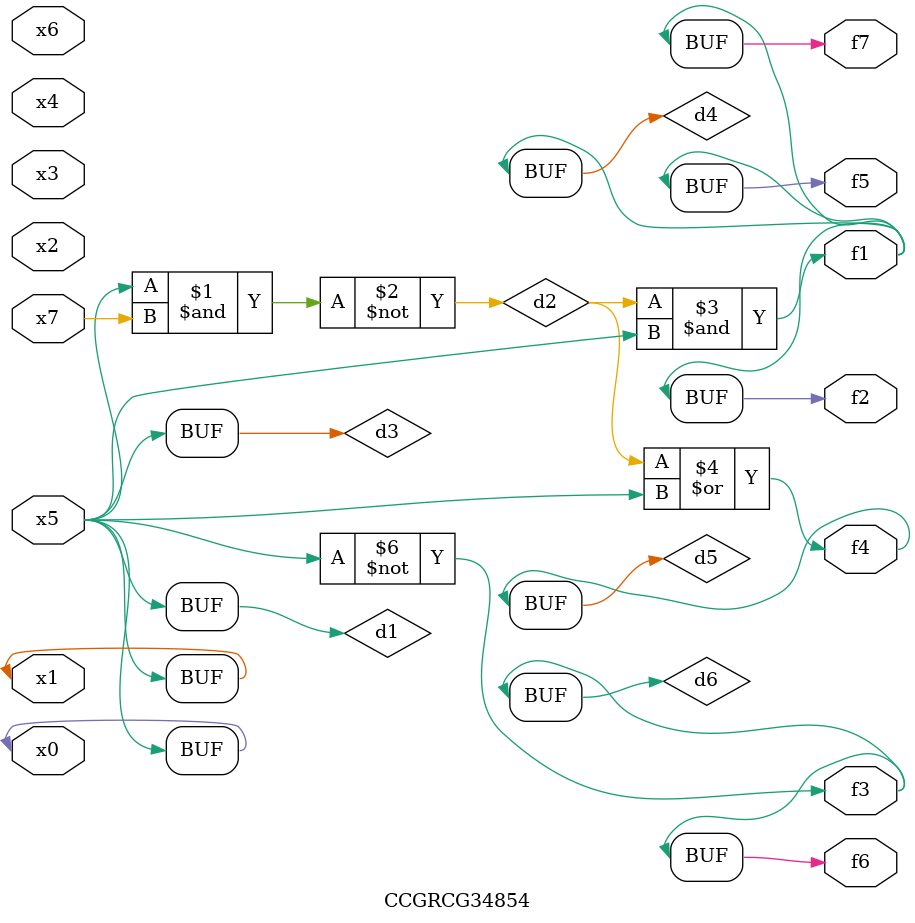
<source format=v>
module CCGRCG34854(
	input x0, x1, x2, x3, x4, x5, x6, x7,
	output f1, f2, f3, f4, f5, f6, f7
);

	wire d1, d2, d3, d4, d5, d6;

	buf (d1, x0, x5);
	nand (d2, x5, x7);
	buf (d3, x0, x1);
	and (d4, d2, d3);
	or (d5, d2, d3);
	nor (d6, d1, d3);
	assign f1 = d4;
	assign f2 = d4;
	assign f3 = d6;
	assign f4 = d5;
	assign f5 = d4;
	assign f6 = d6;
	assign f7 = d4;
endmodule

</source>
